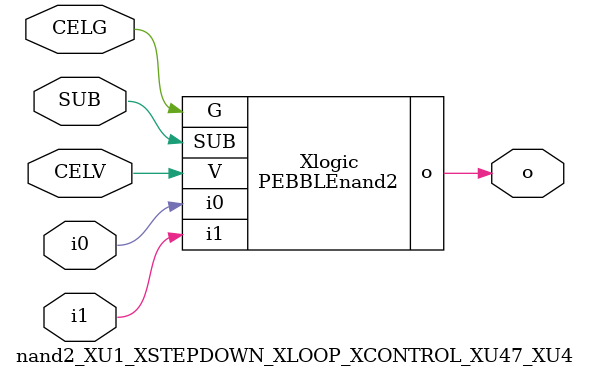
<source format=v>



module PEBBLEnand2 ( o, G, SUB, V, i0, i1 );

  input i0;
  input V;
  input i1;
  input G;
  output o;
  input SUB;
endmodule

//Celera Confidential Do Not Copy nand2_XU1_XSTEPDOWN_XLOOP_XCONTROL_XU47_XU4
//Celera Confidential Symbol Generator
//5V NAND2
module nand2_XU1_XSTEPDOWN_XLOOP_XCONTROL_XU47_XU4 (CELV,CELG,i0,i1,o,SUB);
input CELV;
input CELG;
input i0;
input i1;
input SUB;
output o;

//Celera Confidential Do Not Copy nand2
PEBBLEnand2 Xlogic(
.V (CELV),
.i0 (i0),
.i1 (i1),
.o (o),
.SUB (SUB),
.G (CELG)
);
//,diesize,PEBBLEnand2

//Celera Confidential Do Not Copy Module End
//Celera Schematic Generator
endmodule

</source>
